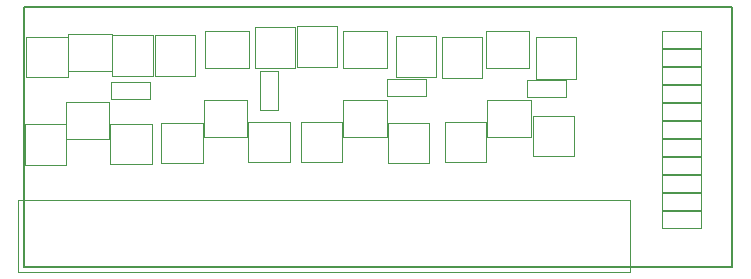
<source format=gbr>
G04 #@! TF.GenerationSoftware,KiCad,Pcbnew,(5.1.0-rc2-21-g16b3c80a7)*
G04 #@! TF.CreationDate,2019-05-25T16:35:41+02:00*
G04 #@! TF.ProjectId,Analog_Input_Module,416e616c-6f67-45f4-996e-7075745f4d6f,R2.1*
G04 #@! TF.SameCoordinates,Original*
G04 #@! TF.FileFunction,Other,User*
%FSLAX46Y46*%
G04 Gerber Fmt 4.6, Leading zero omitted, Abs format (unit mm)*
G04 Created by KiCad (PCBNEW (5.1.0-rc2-21-g16b3c80a7)) date 2019-05-25 16:35:41*
%MOMM*%
%LPD*%
G04 APERTURE LIST*
%ADD10C,0.150000*%
%ADD11C,0.050000*%
G04 APERTURE END LIST*
D10*
X80000000Y-42000000D02*
X80000000Y-20000000D01*
X80000000Y-20000000D02*
X20000000Y-20000000D01*
X80000000Y-42000000D02*
X20000000Y-42000000D01*
X20000000Y-20000000D02*
X20000000Y-42000000D01*
D11*
X30833000Y-33323000D02*
X27333000Y-33323000D01*
X30833000Y-29923000D02*
X30833000Y-33323000D01*
X27333000Y-29923000D02*
X30833000Y-29923000D01*
X27333000Y-33323000D02*
X27333000Y-29923000D01*
X59154000Y-33132500D02*
X55654000Y-33132500D01*
X59154000Y-29732500D02*
X59154000Y-33132500D01*
X55654000Y-29732500D02*
X59154000Y-29732500D01*
X55654000Y-33132500D02*
X55654000Y-29732500D01*
X20144000Y-33373000D02*
X20144000Y-29873000D01*
X23544000Y-33373000D02*
X20144000Y-33373000D01*
X23544000Y-29873000D02*
X23544000Y-33373000D01*
X20144000Y-29873000D02*
X23544000Y-29873000D01*
X42517000Y-33132500D02*
X39017000Y-33132500D01*
X42517000Y-29732500D02*
X42517000Y-33132500D01*
X39017000Y-29732500D02*
X42517000Y-29732500D01*
X39017000Y-33132500D02*
X39017000Y-29732500D01*
X55386500Y-26007000D02*
X55386500Y-22507000D01*
X58786500Y-26007000D02*
X55386500Y-26007000D01*
X58786500Y-22507000D02*
X58786500Y-26007000D01*
X55386500Y-22507000D02*
X58786500Y-22507000D01*
X42975000Y-21681500D02*
X42975000Y-25181500D01*
X39575000Y-21681500D02*
X42975000Y-21681500D01*
X39575000Y-25181500D02*
X39575000Y-21681500D01*
X42975000Y-25181500D02*
X39575000Y-25181500D01*
X30910000Y-22380000D02*
X30910000Y-25880000D01*
X27510000Y-22380000D02*
X30910000Y-22380000D01*
X27510000Y-25880000D02*
X27510000Y-22380000D01*
X30910000Y-25880000D02*
X27510000Y-25880000D01*
X66583500Y-32608500D02*
X63083500Y-32608500D01*
X66583500Y-29208500D02*
X66583500Y-32608500D01*
X63083500Y-29208500D02*
X66583500Y-29208500D01*
X63083500Y-32608500D02*
X63083500Y-29208500D01*
X66787500Y-22570500D02*
X66787500Y-26070500D01*
X63387500Y-22570500D02*
X66787500Y-22570500D01*
X63387500Y-26070500D02*
X63387500Y-22570500D01*
X66787500Y-26070500D02*
X63387500Y-26070500D01*
X35151000Y-33196000D02*
X31651000Y-33196000D01*
X35151000Y-29796000D02*
X35151000Y-33196000D01*
X31651000Y-29796000D02*
X35151000Y-29796000D01*
X31651000Y-33196000D02*
X31651000Y-29796000D01*
X43131000Y-25118000D02*
X43131000Y-21618000D01*
X46531000Y-25118000D02*
X43131000Y-25118000D01*
X46531000Y-21618000D02*
X46531000Y-25118000D01*
X43131000Y-21618000D02*
X46531000Y-21618000D01*
X46962000Y-33132500D02*
X43462000Y-33132500D01*
X46962000Y-29732500D02*
X46962000Y-33132500D01*
X43462000Y-29732500D02*
X46962000Y-29732500D01*
X43462000Y-33132500D02*
X43462000Y-29732500D01*
X31129500Y-25880000D02*
X31129500Y-22380000D01*
X34529500Y-25880000D02*
X31129500Y-25880000D01*
X34529500Y-22380000D02*
X34529500Y-25880000D01*
X31129500Y-22380000D02*
X34529500Y-22380000D01*
X54913000Y-22443500D02*
X54913000Y-25943500D01*
X51513000Y-22443500D02*
X54913000Y-22443500D01*
X51513000Y-25943500D02*
X51513000Y-22443500D01*
X54913000Y-25943500D02*
X51513000Y-25943500D01*
X54328000Y-33196000D02*
X50828000Y-33196000D01*
X54328000Y-29796000D02*
X54328000Y-33196000D01*
X50828000Y-29796000D02*
X54328000Y-29796000D01*
X50828000Y-33196000D02*
X50828000Y-29796000D01*
X23721000Y-25957000D02*
X20221000Y-25957000D01*
X23721000Y-22557000D02*
X23721000Y-25957000D01*
X20221000Y-22557000D02*
X23721000Y-22557000D01*
X20221000Y-25957000D02*
X20221000Y-22557000D01*
X71336000Y-42440000D02*
X19536000Y-42440000D01*
X71336000Y-36340000D02*
X71336000Y-42440000D01*
X19536000Y-36340000D02*
X71336000Y-36340000D01*
X19536000Y-42440000D02*
X19536000Y-36340000D01*
X59110000Y-25172000D02*
X59110000Y-22072000D01*
X59110000Y-25172000D02*
X62810000Y-25172000D01*
X62810000Y-22072000D02*
X59110000Y-22072000D01*
X62810000Y-22072000D02*
X62810000Y-25172000D01*
X47064000Y-25172000D02*
X47064000Y-22072000D01*
X47064000Y-25172000D02*
X50764000Y-25172000D01*
X50764000Y-22072000D02*
X47064000Y-22072000D01*
X50764000Y-22072000D02*
X50764000Y-25172000D01*
X62937000Y-27914000D02*
X62937000Y-31014000D01*
X62937000Y-27914000D02*
X59237000Y-27914000D01*
X59237000Y-31014000D02*
X62937000Y-31014000D01*
X59237000Y-31014000D02*
X59237000Y-27914000D01*
X50745000Y-27914000D02*
X50745000Y-31014000D01*
X50745000Y-27914000D02*
X47045000Y-27914000D01*
X47045000Y-31014000D02*
X50745000Y-31014000D01*
X47045000Y-31014000D02*
X47045000Y-27914000D01*
X35361000Y-25172000D02*
X35361000Y-22072000D01*
X35361000Y-25172000D02*
X39061000Y-25172000D01*
X39061000Y-22072000D02*
X35361000Y-22072000D01*
X39061000Y-22072000D02*
X39061000Y-25172000D01*
X23740500Y-25426000D02*
X23740500Y-22326000D01*
X23740500Y-25426000D02*
X27440500Y-25426000D01*
X27440500Y-22326000D02*
X23740500Y-22326000D01*
X27440500Y-22326000D02*
X27440500Y-25426000D01*
X38934000Y-27914000D02*
X38934000Y-31014000D01*
X38934000Y-27914000D02*
X35234000Y-27914000D01*
X35234000Y-31014000D02*
X38934000Y-31014000D01*
X35234000Y-31014000D02*
X35234000Y-27914000D01*
X27250000Y-28041000D02*
X27250000Y-31141000D01*
X27250000Y-28041000D02*
X23550000Y-28041000D01*
X23550000Y-31141000D02*
X27250000Y-31141000D01*
X23550000Y-31141000D02*
X23550000Y-28041000D01*
X77342000Y-28035000D02*
X74042000Y-28035000D01*
X77342000Y-26575000D02*
X77342000Y-28035000D01*
X74042000Y-26575000D02*
X77342000Y-26575000D01*
X74042000Y-28035000D02*
X74042000Y-26575000D01*
X77342000Y-29559000D02*
X74042000Y-29559000D01*
X77342000Y-28099000D02*
X77342000Y-29559000D01*
X74042000Y-28099000D02*
X77342000Y-28099000D01*
X74042000Y-29559000D02*
X74042000Y-28099000D01*
X77342000Y-26511000D02*
X74042000Y-26511000D01*
X77342000Y-25051000D02*
X77342000Y-26511000D01*
X74042000Y-25051000D02*
X77342000Y-25051000D01*
X74042000Y-26511000D02*
X74042000Y-25051000D01*
X77342000Y-23463000D02*
X74042000Y-23463000D01*
X77342000Y-22003000D02*
X77342000Y-23463000D01*
X74042000Y-22003000D02*
X77342000Y-22003000D01*
X74042000Y-23463000D02*
X74042000Y-22003000D01*
X77342000Y-24987000D02*
X74042000Y-24987000D01*
X77342000Y-23527000D02*
X77342000Y-24987000D01*
X74042000Y-23527000D02*
X77342000Y-23527000D01*
X74042000Y-24987000D02*
X74042000Y-23527000D01*
X77342000Y-34131000D02*
X74042000Y-34131000D01*
X77342000Y-32671000D02*
X77342000Y-34131000D01*
X74042000Y-32671000D02*
X77342000Y-32671000D01*
X74042000Y-34131000D02*
X74042000Y-32671000D01*
X74042000Y-31083000D02*
X74042000Y-29623000D01*
X74042000Y-29623000D02*
X77342000Y-29623000D01*
X77342000Y-29623000D02*
X77342000Y-31083000D01*
X77342000Y-31083000D02*
X74042000Y-31083000D01*
X74042000Y-35655000D02*
X74042000Y-34195000D01*
X74042000Y-34195000D02*
X77342000Y-34195000D01*
X77342000Y-34195000D02*
X77342000Y-35655000D01*
X77342000Y-35655000D02*
X74042000Y-35655000D01*
X74042000Y-37179000D02*
X74042000Y-35719000D01*
X74042000Y-35719000D02*
X77342000Y-35719000D01*
X77342000Y-35719000D02*
X77342000Y-37179000D01*
X77342000Y-37179000D02*
X74042000Y-37179000D01*
X74042000Y-32607000D02*
X74042000Y-31147000D01*
X74042000Y-31147000D02*
X77342000Y-31147000D01*
X77342000Y-31147000D02*
X77342000Y-32607000D01*
X77342000Y-32607000D02*
X74042000Y-32607000D01*
X74042000Y-38703000D02*
X74042000Y-37243000D01*
X74042000Y-37243000D02*
X77342000Y-37243000D01*
X77342000Y-37243000D02*
X77342000Y-38703000D01*
X77342000Y-38703000D02*
X74042000Y-38703000D01*
X41497000Y-25401000D02*
X41497000Y-28701000D01*
X40037000Y-25401000D02*
X41497000Y-25401000D01*
X40037000Y-28701000D02*
X40037000Y-25401000D01*
X41497000Y-28701000D02*
X40037000Y-28701000D01*
X54101000Y-27527000D02*
X50801000Y-27527000D01*
X54101000Y-26067000D02*
X54101000Y-27527000D01*
X50801000Y-26067000D02*
X54101000Y-26067000D01*
X50801000Y-27527000D02*
X50801000Y-26067000D01*
X65912000Y-27654000D02*
X62612000Y-27654000D01*
X65912000Y-26194000D02*
X65912000Y-27654000D01*
X62612000Y-26194000D02*
X65912000Y-26194000D01*
X62612000Y-27654000D02*
X62612000Y-26194000D01*
X30733000Y-27781000D02*
X27433000Y-27781000D01*
X30733000Y-26321000D02*
X30733000Y-27781000D01*
X27433000Y-26321000D02*
X30733000Y-26321000D01*
X27433000Y-27781000D02*
X27433000Y-26321000D01*
M02*

</source>
